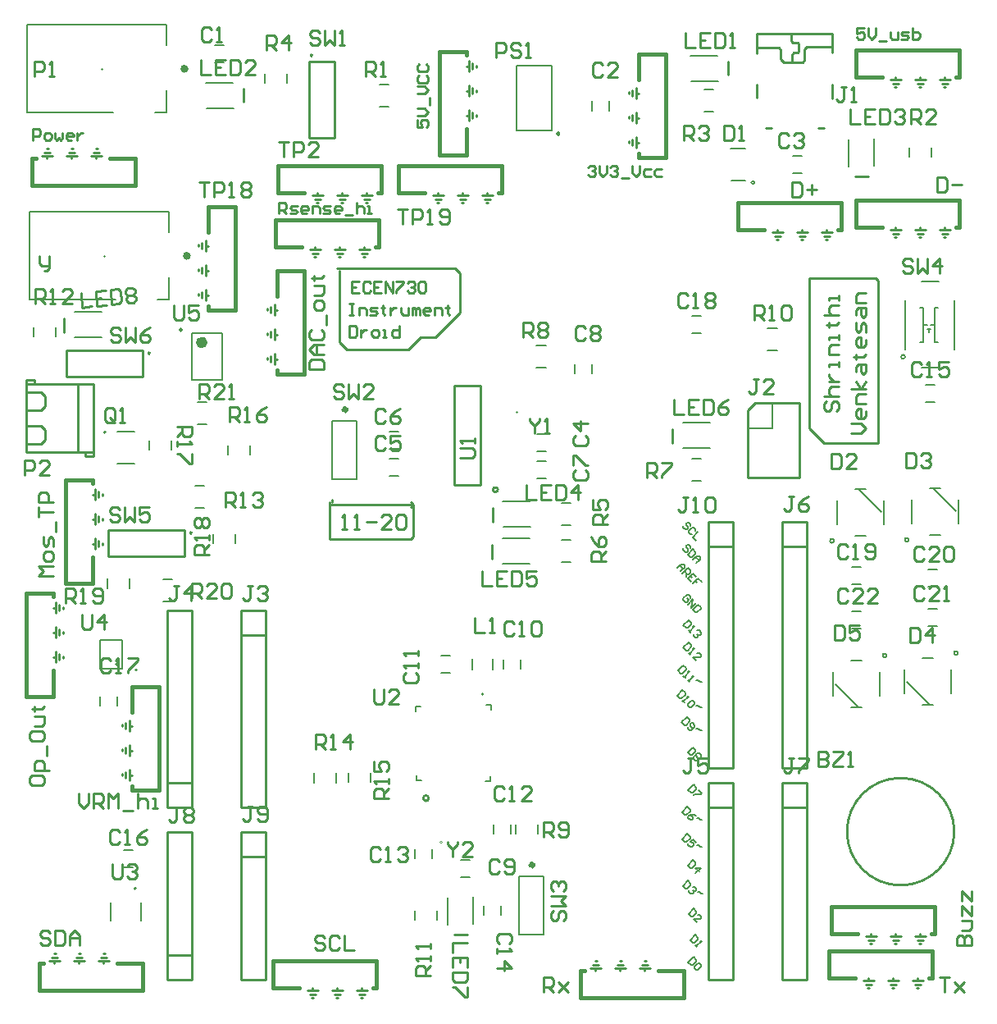
<source format=gto>
G04*
G04 #@! TF.GenerationSoftware,Altium Limited,Altium Designer,23.8.1 (32)*
G04*
G04 Layer_Color=65535*
%FSLAX25Y25*%
%MOIN*%
G70*
G04*
G04 #@! TF.SameCoordinates,CF8B6EB2-DAF4-4016-BDB3-9DCBFEF17629*
G04*
G04*
G04 #@! TF.FilePolarity,Positive*
G04*
G01*
G75*
%ADD10C,0.00787*%
%ADD11C,0.00394*%
%ADD12C,0.01575*%
%ADD13C,0.01000*%
%ADD14C,0.02000*%
%ADD15C,0.00600*%
%ADD16C,0.02362*%
%ADD17C,0.00984*%
%ADD18C,0.01500*%
%ADD19C,0.00500*%
%ADD20C,0.00787*%
%ADD21C,0.00900*%
%ADD22C,0.00800*%
D10*
X39835Y138063D02*
G03*
X39835Y138063I-472J0D01*
G01*
X47555Y135701D02*
G03*
X47555Y135701I-319J0D01*
G01*
X47134Y46957D02*
G03*
X47134Y46957I-394J0D01*
G01*
X34794Y232300D02*
G03*
X34794Y232300I-394J0D01*
G01*
X32472Y136094D02*
X41528D01*
X32472D02*
Y147906D01*
X41528D01*
Y136094D02*
Y147906D01*
X69898Y253354D02*
X82102D01*
X69898Y272646D02*
X82102D01*
Y253354D02*
Y272646D01*
X69898Y253354D02*
Y272646D01*
D11*
X171557Y65678D02*
G03*
X171557Y65678I-361J0D01*
G01*
X202361Y240300D02*
G03*
X202361Y240300I-361J0D01*
G01*
D12*
X68609Y303900D02*
G03*
X68609Y303900I-787J0D01*
G01*
X67610Y379900D02*
G03*
X67610Y379900I-787J0D01*
G01*
D13*
X52894Y264495D02*
G03*
X52894Y264495I-394J0D01*
G01*
X69894Y191496D02*
G03*
X69894Y191496I-394J0D01*
G01*
X194235Y208900D02*
G03*
X194235Y208900I-1000J0D01*
G01*
X166118Y83600D02*
G03*
X166118Y83600I-1118J0D01*
G01*
X118898Y385500D02*
G03*
X118898Y385500I-394J0D01*
G01*
X379800Y70000D02*
G03*
X379800Y70000I-21800J0D01*
G01*
X159000Y202000D02*
X160000Y203000D01*
X126000D02*
X160000D01*
X127000Y204000D02*
Y205000D01*
X159000Y204000D02*
X160000Y203000D01*
Y190000D02*
Y203000D01*
X159000Y189000D02*
X160000Y190000D01*
X126000Y189000D02*
X159000D01*
X126000D02*
Y204000D01*
X129000Y299000D02*
X177000D01*
X179000Y297000D01*
Y281000D02*
Y297000D01*
X169000Y271000D02*
X179000Y281000D01*
X163000Y271000D02*
X169000D01*
X158000Y266000D02*
X163000Y271000D01*
X133000Y266000D02*
X158000D01*
X130000Y269000D02*
X133000Y266000D01*
X130000Y269000D02*
Y298000D01*
X321000Y234000D02*
Y295000D01*
Y234000D02*
X327000Y228000D01*
X349000D01*
Y294000D01*
X348000Y295000D02*
X349000Y294000D01*
X321000Y295000D02*
X348000D01*
X30500Y184750D02*
Y189250D01*
X29473Y187000D02*
X30500D01*
X32000Y185750D02*
Y188250D01*
X33500Y186523D02*
Y187250D01*
X30500Y194750D02*
Y199250D01*
X29473Y197000D02*
X30500D01*
X32000Y195750D02*
Y198250D01*
X33500Y196523D02*
Y197250D01*
X30500Y204750D02*
Y209250D01*
X29473Y207000D02*
X30500D01*
X32000Y205750D02*
Y208250D01*
X33500Y206523D02*
Y207250D01*
X117750Y306500D02*
X122250D01*
X120000D02*
Y307527D01*
X118750Y305000D02*
X121250D01*
X119523Y303500D02*
X120250D01*
X127750Y306500D02*
X132250D01*
X130000D02*
Y307527D01*
X128750Y305000D02*
X131250D01*
X129523Y303500D02*
X130250D01*
X137750Y306500D02*
X142250D01*
X140000D02*
Y307527D01*
X138750Y305000D02*
X141250D01*
X139523Y303500D02*
X140250D01*
X103500Y279750D02*
Y284250D01*
Y282000D02*
X104527D01*
X102000Y280750D02*
Y283250D01*
X100500Y281750D02*
Y282477D01*
X103500Y269750D02*
Y274250D01*
Y272000D02*
X104527D01*
X102000Y270750D02*
Y273250D01*
X100500Y271750D02*
Y272477D01*
X103500Y259750D02*
Y264250D01*
Y262000D02*
X104527D01*
X102000Y260750D02*
Y263250D01*
X100500Y261750D02*
Y262477D01*
X343750Y27500D02*
X348250D01*
X346000D02*
Y28527D01*
X344750Y26000D02*
X347250D01*
X345523Y24500D02*
X346250D01*
X353750Y27500D02*
X358250D01*
X356000D02*
Y28527D01*
X354750Y26000D02*
X357250D01*
X355523Y24500D02*
X356250D01*
X363750Y27500D02*
X368250D01*
X366000D02*
Y28527D01*
X364750Y26000D02*
X367250D01*
X365523Y24500D02*
X366250D01*
X353750Y314500D02*
X358250D01*
X356000D02*
Y315527D01*
X354750Y313000D02*
X357250D01*
X355523Y311500D02*
X356250D01*
X363750Y314500D02*
X368250D01*
X366000D02*
Y315527D01*
X364750Y313000D02*
X367250D01*
X365523Y311500D02*
X366250D01*
X373750Y314500D02*
X378250D01*
X376000D02*
Y315527D01*
X374750Y313000D02*
X377250D01*
X375523Y311500D02*
X376250D01*
X305750Y313500D02*
X310250D01*
X308000D02*
Y314527D01*
X306750Y312000D02*
X309250D01*
X307523Y310500D02*
X308250D01*
X315750Y313500D02*
X320250D01*
X318000D02*
Y314527D01*
X316750Y312000D02*
X319250D01*
X317523Y310500D02*
X318250D01*
X325750Y313500D02*
X330250D01*
X328000D02*
Y314527D01*
X326750Y312000D02*
X329250D01*
X327523Y310500D02*
X328250D01*
X167750Y328500D02*
X172250D01*
X170000D02*
Y329527D01*
X168750Y327000D02*
X171250D01*
X169523Y325500D02*
X170250D01*
X177750Y328500D02*
X182250D01*
X180000D02*
Y329527D01*
X178750Y327000D02*
X181250D01*
X179523Y325500D02*
X180250D01*
X187750Y328500D02*
X192250D01*
X190000D02*
Y329527D01*
X188750Y327000D02*
X191250D01*
X189523Y325500D02*
X190250D01*
X182500Y358750D02*
Y363250D01*
X181473Y361000D02*
X182500D01*
X184000Y359750D02*
Y362250D01*
X185500Y360523D02*
Y361250D01*
X182500Y368750D02*
Y373250D01*
X181473Y371000D02*
X182500D01*
X184000Y369750D02*
Y372250D01*
X185500Y370523D02*
Y371250D01*
X182500Y378750D02*
Y383250D01*
X181473Y381000D02*
X182500D01*
X184000Y379750D02*
Y382250D01*
X185500Y380523D02*
Y381250D01*
X250500Y367750D02*
Y372250D01*
Y370000D02*
X251527D01*
X249000Y368750D02*
Y371250D01*
X247500Y369750D02*
Y370477D01*
X250500Y357750D02*
Y362250D01*
Y360000D02*
X251527D01*
X249000Y358750D02*
Y361250D01*
X247500Y359750D02*
Y360477D01*
X250500Y347750D02*
Y352250D01*
Y350000D02*
X251527D01*
X249000Y348750D02*
Y351250D01*
X247500Y349750D02*
Y350477D01*
X34091Y304000D02*
X34122D01*
X2614Y224219D02*
X29779D01*
X2614Y224220D02*
Y251779D01*
X2613Y248553D02*
X8478D01*
X10173Y246858D01*
Y242960D02*
Y246858D01*
X8416Y241203D02*
X10173Y242960D01*
X2613Y241203D02*
X8416D01*
X2614Y234774D02*
X8478D01*
X10173Y233079D01*
Y229181D02*
Y233079D01*
X8416Y227424D02*
X10173Y229181D01*
X2614Y227424D02*
X8416D01*
X23357Y224220D02*
Y251779D01*
X29779Y224220D02*
Y251779D01*
X2614D02*
X29779D01*
X2614D02*
Y253551D01*
X5764D01*
Y251779D02*
Y253551D01*
X29779Y222448D02*
Y224220D01*
X26630Y222448D02*
X29779D01*
X26630D02*
Y224220D01*
X19000Y255000D02*
X50000D01*
X19000D02*
Y265500D01*
X50000Y255000D02*
Y265500D01*
X19000D02*
X50000D01*
X14500Y138750D02*
Y143250D01*
X13473Y141000D02*
X14500D01*
X16000Y139750D02*
Y142250D01*
X17500Y140523D02*
Y141250D01*
X14500Y148750D02*
Y153250D01*
X13473Y151000D02*
X14500D01*
X16000Y149750D02*
Y152250D01*
X17500Y150523D02*
Y151250D01*
X14500Y158750D02*
Y163250D01*
X13473Y161000D02*
X14500D01*
X16000Y159750D02*
Y162250D01*
X17500Y160523D02*
Y161250D01*
X44500Y110750D02*
Y115250D01*
Y113000D02*
X45527D01*
X43000Y111750D02*
Y114250D01*
X41500Y112750D02*
Y113477D01*
X44500Y100750D02*
Y105250D01*
Y103000D02*
X45527D01*
X43000Y101750D02*
Y104250D01*
X41500Y102750D02*
Y103477D01*
X44500Y90750D02*
Y95250D01*
Y93000D02*
X45527D01*
X43000Y91750D02*
Y94250D01*
X41500Y92750D02*
Y93477D01*
X36000Y182000D02*
X67000D01*
X36000D02*
Y192500D01*
X67000Y182000D02*
Y192500D01*
X36000D02*
X67000D01*
X138523Y2500D02*
X139250D01*
X137750Y4000D02*
X140250D01*
X139000Y5500D02*
Y6527D01*
X136750Y5500D02*
X141250D01*
X128523Y2500D02*
X129250D01*
X127750Y4000D02*
X130250D01*
X129000Y5500D02*
Y6527D01*
X126750Y5500D02*
X131250D01*
X118523Y2500D02*
X119250D01*
X117750Y4000D02*
X120250D01*
X119000Y5500D02*
Y6527D01*
X116750Y5500D02*
X121250D01*
X13750Y20500D02*
X14477D01*
X12750Y19000D02*
X15250D01*
X14000Y16473D02*
Y17500D01*
X11750D02*
X16250D01*
X23750Y20500D02*
X24477D01*
X22750Y19000D02*
X25250D01*
X24000Y16473D02*
Y17500D01*
X21750D02*
X26250D01*
X33750Y20500D02*
X34477D01*
X32750Y19000D02*
X35250D01*
X34000Y16473D02*
Y17500D01*
X31750D02*
X36250D01*
X192100Y196000D02*
Y201600D01*
X192000Y181000D02*
Y186600D01*
X18000Y273000D02*
Y278600D01*
X33091Y380000D02*
X33122D01*
X324468Y356008D02*
X325047D01*
X326206D02*
X326786D01*
X299520Y394286D02*
X330325D01*
X299520Y386300D02*
Y394286D01*
X299600Y368200D02*
Y373600D01*
X330325Y386500D02*
Y394286D01*
X313873Y382475D02*
Y385375D01*
Y385675D01*
X314672Y386475D01*
X316073D01*
X316473Y386875D01*
Y390175D01*
X316073Y390575D02*
X316473Y390175D01*
X314272Y390575D02*
X316073D01*
X313672Y391175D02*
X314272Y390575D01*
X313672Y391175D02*
Y393675D01*
X299520Y388475D02*
X308372D01*
X309273Y387575D01*
Y383875D02*
Y387575D01*
Y383875D02*
X310672Y382475D01*
X318073D01*
X318972Y383375D01*
Y387775D01*
X319972Y388775D01*
X330172D01*
X330300Y367800D02*
Y373600D01*
X303214Y356008D02*
X305375D01*
X325047D02*
X326206D01*
X176400Y28100D02*
X182000D01*
X233750Y17500D02*
X234477D01*
X232750Y16000D02*
X235250D01*
X234000Y13473D02*
Y14500D01*
X231750D02*
X236250D01*
X243750Y17500D02*
X244477D01*
X242750Y16000D02*
X245250D01*
X244000Y13473D02*
Y14500D01*
X241750D02*
X246250D01*
X253750Y17500D02*
X254477D01*
X252750Y16000D02*
X255250D01*
X254000Y13473D02*
Y14500D01*
X251750D02*
X256250D01*
X364523Y6500D02*
X365250D01*
X363750Y8000D02*
X366250D01*
X365000Y9500D02*
Y10527D01*
X362750Y9500D02*
X367250D01*
X354523Y6500D02*
X355250D01*
X353750Y8000D02*
X356250D01*
X355000Y9500D02*
Y10527D01*
X352750Y9500D02*
X357250D01*
X344523Y6500D02*
X345250D01*
X343750Y8000D02*
X346250D01*
X345000Y9500D02*
Y10527D01*
X342750Y9500D02*
X347250D01*
X90000Y80000D02*
X100000D01*
X90000D02*
Y160000D01*
X100000D01*
Y80000D02*
Y160000D01*
X90000Y150000D02*
X100000D01*
X60000Y160000D02*
X70000D01*
Y80000D02*
Y160000D01*
X60000Y80000D02*
X70000D01*
X60000D02*
Y160000D01*
Y90000D02*
X70000D01*
X10750Y347500D02*
X11477D01*
X9750Y346000D02*
X12250D01*
X11000Y343473D02*
Y344500D01*
X8750D02*
X13250D01*
X20750Y347500D02*
X21477D01*
X19750Y346000D02*
X22250D01*
X21000Y343473D02*
Y344500D01*
X18750D02*
X23250D01*
X30750Y347500D02*
X31477D01*
X29750Y346000D02*
X32250D01*
X31000Y343473D02*
Y344500D01*
X28750D02*
X33250D01*
X140523Y325500D02*
X141250D01*
X139750Y327000D02*
X142250D01*
X141000Y328500D02*
Y329527D01*
X138750Y328500D02*
X143250D01*
X130523Y325500D02*
X131250D01*
X129750Y327000D02*
X132250D01*
X131000Y328500D02*
Y329527D01*
X128750Y328500D02*
X133250D01*
X120523Y325500D02*
X121250D01*
X119750Y327000D02*
X122250D01*
X121000Y328500D02*
Y329527D01*
X118750Y328500D02*
X123250D01*
X60000Y70000D02*
X70000D01*
Y20000D02*
Y70000D01*
X60000Y20000D02*
Y70000D01*
X65000Y10000D02*
X70000D01*
Y20000D01*
X60000D02*
X70000D01*
X60000Y10000D02*
Y20000D01*
Y10000D02*
X65000D01*
X310000Y186000D02*
X320000D01*
Y196000D01*
X310000Y96000D02*
Y186000D01*
Y96000D02*
X320000D01*
Y186000D01*
X310000D02*
Y196000D01*
X320000D01*
X310000Y10000D02*
X320000D01*
X310000D02*
Y90000D01*
X320000D01*
Y10000D02*
Y90000D01*
X310000Y80000D02*
X320000D01*
X117500Y352000D02*
Y383000D01*
X128000D01*
X117500Y352000D02*
X128000D01*
Y383000D01*
X375523Y372500D02*
X376250D01*
X374750Y374000D02*
X377250D01*
X376000Y375500D02*
Y376527D01*
X373750Y375500D02*
X378250D01*
X365523Y372500D02*
X366250D01*
X364750Y374000D02*
X367250D01*
X366000Y375500D02*
Y376527D01*
X363750Y375500D02*
X368250D01*
X355523Y372500D02*
X356250D01*
X354750Y374000D02*
X357250D01*
X356000Y375500D02*
Y376527D01*
X353750Y375500D02*
X358250D01*
X298700Y244200D02*
X316700D01*
X295800Y241300D02*
X298700Y244200D01*
X295800Y213800D02*
Y241300D01*
X316700Y213800D02*
Y244200D01*
X295800Y213800D02*
X316700D01*
X265200Y228000D02*
Y233600D01*
X339400Y336100D02*
X345000D01*
X287900Y377400D02*
Y383000D01*
X90900Y366400D02*
Y372000D01*
X280000Y80000D02*
X290000D01*
Y10000D02*
Y90000D01*
X280000D02*
X290000D01*
X280000Y10000D02*
Y90000D01*
Y10000D02*
X290000D01*
X90000D02*
X100000D01*
X90000D02*
Y60000D01*
X100000Y10000D02*
Y60000D01*
X90000Y70000D02*
X95000D01*
X90000Y60000D02*
Y70000D01*
Y60000D02*
X100000D01*
Y70000D01*
X95000D02*
X100000D01*
X290000Y96000D02*
Y186000D01*
X280000Y106000D02*
Y196000D01*
X290000D01*
Y106000D02*
Y196000D01*
X280000Y186000D02*
X290000D01*
X280000Y96000D02*
Y186000D01*
Y96000D02*
X290000D01*
X72500Y287750D02*
Y288477D01*
X74000Y286750D02*
Y289250D01*
X75500Y288000D02*
X76527D01*
X75500Y285750D02*
Y290250D01*
X72500Y297750D02*
Y298477D01*
X74000Y296750D02*
Y299250D01*
X75500Y298000D02*
X76527D01*
X75500Y295750D02*
Y300250D01*
X72500Y307750D02*
Y308477D01*
X74000Y306750D02*
Y309250D01*
X75500Y308000D02*
X76527D01*
X75500Y305750D02*
Y310250D01*
X25300Y158198D02*
Y153200D01*
X26300Y152200D01*
X28299D01*
X29299Y153200D01*
Y158198D01*
X34297Y152200D02*
Y158198D01*
X31298Y155199D01*
X35297D01*
X36999Y139598D02*
X35999Y140598D01*
X34000D01*
X33000Y139598D01*
Y135600D01*
X34000Y134600D01*
X35999D01*
X36999Y135600D01*
X38998Y134600D02*
X40997D01*
X39998D01*
Y140598D01*
X38998Y139598D01*
X43996Y140598D02*
X47995D01*
Y139598D01*
X43996Y135600D01*
Y134600D01*
X73002Y246001D02*
Y251999D01*
X76001D01*
X77001Y250999D01*
Y249000D01*
X76001Y248000D01*
X73002D01*
X75002D02*
X77001Y246001D01*
X82999D02*
X79000D01*
X82999Y250000D01*
Y250999D01*
X81999Y251999D01*
X80000D01*
X79000Y250999D01*
X84998Y246001D02*
X86998D01*
X85998D01*
Y251999D01*
X84998Y250999D01*
X83502Y202001D02*
Y207999D01*
X86501D01*
X87501Y206999D01*
Y205000D01*
X86501Y204000D01*
X83502D01*
X85502D02*
X87501Y202001D01*
X89500D02*
X91500D01*
X90500D01*
Y207999D01*
X89500Y206999D01*
X94499D02*
X95499Y207999D01*
X97498D01*
X98498Y206999D01*
Y206000D01*
X97498Y205000D01*
X96498D01*
X97498D01*
X98498Y204000D01*
Y203001D01*
X97498Y202001D01*
X95499D01*
X94499Y203001D01*
X13499Y174005D02*
X7501D01*
X9500Y176005D01*
X7501Y178004D01*
X13499D01*
Y181003D02*
Y183003D01*
X12500Y184002D01*
X10500D01*
X9500Y183003D01*
Y181003D01*
X10500Y180004D01*
X12500D01*
X13499Y181003D01*
Y186002D02*
Y189001D01*
X12500Y190000D01*
X11500Y189001D01*
Y187001D01*
X10500Y186002D01*
X9500Y187001D01*
Y190000D01*
X14499Y192000D02*
Y195998D01*
X7501Y197998D02*
Y201996D01*
Y199997D01*
X13499D01*
Y203996D02*
X7501D01*
Y206995D01*
X8501Y207995D01*
X10500D01*
X11500Y206995D01*
Y203996D01*
X105256Y321126D02*
Y325624D01*
X107505D01*
X108255Y324874D01*
Y323375D01*
X107505Y322625D01*
X105256D01*
X106756D02*
X108255Y321126D01*
X109755D02*
X112004D01*
X112754Y321875D01*
X112004Y322625D01*
X110504D01*
X109755Y323375D01*
X110504Y324125D01*
X112754D01*
X116502Y321126D02*
X115003D01*
X114253Y321875D01*
Y323375D01*
X115003Y324125D01*
X116502D01*
X117252Y323375D01*
Y322625D01*
X114253D01*
X118752Y321126D02*
Y324125D01*
X121001D01*
X121751Y323375D01*
Y321126D01*
X123250D02*
X125499D01*
X126249Y321875D01*
X125499Y322625D01*
X124000D01*
X123250Y323375D01*
X124000Y324125D01*
X126249D01*
X129998Y321126D02*
X128499D01*
X127749Y321875D01*
Y323375D01*
X128499Y324125D01*
X129998D01*
X130748Y323375D01*
Y322625D01*
X127749D01*
X132247Y320376D02*
X135246D01*
X136746Y325624D02*
Y321126D01*
Y323375D01*
X137496Y324125D01*
X138995D01*
X139745Y323375D01*
Y321126D01*
X141244D02*
X142744D01*
X141994D01*
Y324125D01*
X141244D01*
X117501Y258006D02*
X123499D01*
Y261005D01*
X122500Y262005D01*
X118501D01*
X117501Y261005D01*
Y258006D01*
X123499Y264004D02*
X119501D01*
X117501Y266003D01*
X119501Y268003D01*
X123499D01*
X120500D01*
Y264004D01*
X118501Y274001D02*
X117501Y273001D01*
Y271002D01*
X118501Y270002D01*
X122500D01*
X123499Y271002D01*
Y273001D01*
X122500Y274001D01*
X124499Y276000D02*
Y279999D01*
X123499Y282998D02*
Y284997D01*
X122500Y285997D01*
X120500D01*
X119501Y284997D01*
Y282998D01*
X120500Y281998D01*
X122500D01*
X123499Y282998D01*
X119501Y287996D02*
X122500D01*
X123499Y288996D01*
Y291995D01*
X119501D01*
X118501Y294994D02*
X119501D01*
Y293994D01*
Y295994D01*
Y294994D01*
X122500D01*
X123499Y295994D01*
X381001Y24004D02*
X386999D01*
Y27003D01*
X385999Y28002D01*
X385000D01*
X384000Y27003D01*
Y24004D01*
Y27003D01*
X383000Y28002D01*
X382001D01*
X381001Y27003D01*
Y24004D01*
X383000Y30002D02*
X385999D01*
X386999Y31001D01*
Y34000D01*
X383000D01*
Y36000D02*
Y39998D01*
X386999Y36000D01*
Y39998D01*
X383000Y41998D02*
Y45996D01*
X386999Y41998D01*
Y45996D01*
X373002Y335999D02*
Y330001D01*
X376001D01*
X377000Y331001D01*
Y334999D01*
X376001Y335999D01*
X373002D01*
X379000Y333000D02*
X382998D01*
X314002Y333999D02*
Y328001D01*
X317001D01*
X318000Y329001D01*
Y332999D01*
X317001Y333999D01*
X314002D01*
X320000Y331000D02*
X323998D01*
X321999Y332999D02*
Y329001D01*
X153503Y322999D02*
X157502D01*
X155503D01*
Y317001D01*
X159502D02*
Y322999D01*
X162501D01*
X163500Y321999D01*
Y320000D01*
X162501Y319000D01*
X159502D01*
X165499Y317001D02*
X167499D01*
X166499D01*
Y322999D01*
X165499Y321999D01*
X170498Y318001D02*
X171498Y317001D01*
X173497D01*
X174497Y318001D01*
Y321999D01*
X173497Y322999D01*
X171498D01*
X170498Y321999D01*
Y321000D01*
X171498Y320000D01*
X174497D01*
X161376Y359253D02*
Y356254D01*
X163625D01*
X162875Y357754D01*
Y358503D01*
X163625Y359253D01*
X165125D01*
X165874Y358503D01*
Y357004D01*
X165125Y356254D01*
X161376Y360753D02*
X164375D01*
X165874Y362252D01*
X164375Y363752D01*
X161376D01*
X166624Y365251D02*
Y368250D01*
X161376Y369750D02*
X164375D01*
X165874Y371249D01*
X164375Y372749D01*
X161376D01*
X162126Y377247D02*
X161376Y376498D01*
Y374998D01*
X162126Y374248D01*
X165125D01*
X165874Y374998D01*
Y376498D01*
X165125Y377247D01*
X162126Y381746D02*
X161376Y380996D01*
Y379497D01*
X162126Y378747D01*
X165125D01*
X165874Y379497D01*
Y380996D01*
X165125Y381746D01*
X231005Y339874D02*
X231755Y340624D01*
X233254D01*
X234004Y339874D01*
Y339125D01*
X233254Y338375D01*
X232504D01*
X233254D01*
X234004Y337625D01*
Y336875D01*
X233254Y336126D01*
X231755D01*
X231005Y336875D01*
X235503Y340624D02*
Y337625D01*
X237003Y336126D01*
X238502Y337625D01*
Y340624D01*
X240002Y339874D02*
X240752Y340624D01*
X242251D01*
X243001Y339874D01*
Y339125D01*
X242251Y338375D01*
X241501D01*
X242251D01*
X243001Y337625D01*
Y336875D01*
X242251Y336126D01*
X240752D01*
X240002Y336875D01*
X244500Y335376D02*
X247499D01*
X248999Y340624D02*
Y337625D01*
X250499Y336126D01*
X251998Y337625D01*
Y340624D01*
X256497Y339125D02*
X254247D01*
X253498Y338375D01*
Y336875D01*
X254247Y336126D01*
X256497D01*
X260995Y339125D02*
X258746D01*
X257996Y338375D01*
Y336875D01*
X258746Y336126D01*
X260995D01*
X338002Y232000D02*
X342001D01*
X344000Y233999D01*
X342001Y235999D01*
X338002D01*
X344000Y240997D02*
Y238998D01*
X343000Y237998D01*
X341001D01*
X340001Y238998D01*
Y240997D01*
X341001Y241997D01*
X342001D01*
Y237998D01*
X344000Y243996D02*
X340001D01*
Y246995D01*
X341001Y247995D01*
X344000D01*
Y249994D02*
X338002D01*
X342001D02*
X340001Y252993D01*
X342001Y249994D02*
X344000Y252993D01*
X340001Y256992D02*
Y258991D01*
X341001Y259991D01*
X344000D01*
Y256992D01*
X343000Y255992D01*
X342001Y256992D01*
Y259991D01*
X339002Y262990D02*
X340001D01*
Y261990D01*
Y263990D01*
Y262990D01*
X343000D01*
X344000Y263990D01*
Y269988D02*
Y267988D01*
X343000Y266989D01*
X341001D01*
X340001Y267988D01*
Y269988D01*
X341001Y270987D01*
X342001D01*
Y266989D01*
X344000Y272987D02*
Y275986D01*
X343000Y276985D01*
X342001Y275986D01*
Y273986D01*
X341001Y272987D01*
X340001Y273986D01*
Y276985D01*
Y279984D02*
Y281984D01*
X341001Y282983D01*
X344000D01*
Y279984D01*
X343000Y278985D01*
X342001Y279984D01*
Y282983D01*
X344000Y284983D02*
X340001D01*
Y287982D01*
X341001Y288982D01*
X344000D01*
X328002Y244999D02*
X327002Y243999D01*
Y242000D01*
X328002Y241000D01*
X329001D01*
X330001Y242000D01*
Y243999D01*
X331001Y244999D01*
X332000D01*
X333000Y243999D01*
Y242000D01*
X332000Y241000D01*
X327002Y246998D02*
X333000D01*
X330001D01*
X329001Y247998D01*
Y249997D01*
X330001Y250997D01*
X333000D01*
X329001Y252996D02*
X333000D01*
X331001D01*
X330001Y253996D01*
X329001Y254995D01*
Y255995D01*
X333000Y258994D02*
Y260994D01*
Y259994D01*
X329001D01*
Y258994D01*
X333000Y263993D02*
X329001D01*
Y266992D01*
X330001Y267991D01*
X333000D01*
Y269991D02*
Y271990D01*
Y270990D01*
X329001D01*
Y269991D01*
X328002Y275989D02*
X329001D01*
Y274989D01*
Y276988D01*
Y275989D01*
X332000D01*
X333000Y276988D01*
X327002Y279987D02*
X333000D01*
X330001D01*
X329001Y280987D01*
Y282986D01*
X330001Y283986D01*
X333000D01*
Y285985D02*
Y287985D01*
Y286985D01*
X329001D01*
Y285985D01*
X131000Y193000D02*
X132999D01*
X132000D01*
Y198998D01*
X131000Y197998D01*
X135998Y193000D02*
X137998D01*
X136998D01*
Y198998D01*
X135998Y197998D01*
X140997Y195999D02*
X144995D01*
X150994Y193000D02*
X146995D01*
X150994Y196999D01*
Y197998D01*
X149994Y198998D01*
X147994D01*
X146995Y197998D01*
X152993D02*
X153993Y198998D01*
X155992D01*
X156992Y197998D01*
Y194000D01*
X155992Y193000D01*
X153993D01*
X152993Y194000D01*
Y197998D01*
X174002Y65999D02*
Y64999D01*
X176001Y63000D01*
X178000Y64999D01*
Y65999D01*
X176001Y63000D02*
Y60001D01*
X183998D02*
X180000D01*
X183998Y64000D01*
Y64999D01*
X182999Y65999D01*
X180999D01*
X180000Y64999D01*
X40501Y69999D02*
X39502Y70999D01*
X37502D01*
X36502Y69999D01*
Y66001D01*
X37502Y65001D01*
X39502D01*
X40501Y66001D01*
X42500Y65001D02*
X44500D01*
X43500D01*
Y70999D01*
X42500Y69999D01*
X51498Y70999D02*
X49498Y69999D01*
X47499Y68000D01*
Y66001D01*
X48499Y65001D01*
X50498D01*
X51498Y66001D01*
Y67000D01*
X50498Y68000D01*
X47499D01*
X137999Y293498D02*
X135000D01*
Y289000D01*
X137999D01*
X135000Y291249D02*
X136500D01*
X142498Y292749D02*
X141748Y293498D01*
X140248D01*
X139499Y292749D01*
Y289750D01*
X140248Y289000D01*
X141748D01*
X142498Y289750D01*
X146996Y293498D02*
X143997D01*
Y289000D01*
X146996D01*
X143997Y291249D02*
X145497D01*
X148496Y289000D02*
Y293498D01*
X151495Y289000D01*
Y293498D01*
X152994D02*
X155993D01*
Y292749D01*
X152994Y289750D01*
Y289000D01*
X157493Y292749D02*
X158242Y293498D01*
X159742D01*
X160492Y292749D01*
Y291999D01*
X159742Y291249D01*
X158992D01*
X159742D01*
X160492Y290499D01*
Y289750D01*
X159742Y289000D01*
X158242D01*
X157493Y289750D01*
X161991Y292749D02*
X162741Y293498D01*
X164241D01*
X164990Y292749D01*
Y289750D01*
X164241Y289000D01*
X162741D01*
X161991Y289750D01*
Y292749D01*
X134000Y275499D02*
Y271000D01*
X136249D01*
X136999Y271750D01*
Y274749D01*
X136249Y275499D01*
X134000D01*
X138499Y273999D02*
Y271000D01*
Y272499D01*
X139248Y273249D01*
X139998Y273999D01*
X140748D01*
X143747Y271000D02*
X145246D01*
X145996Y271750D01*
Y273249D01*
X145246Y273999D01*
X143747D01*
X142997Y273249D01*
Y271750D01*
X143747Y271000D01*
X147496D02*
X148995D01*
X148245D01*
Y273999D01*
X147496D01*
X154244Y275499D02*
Y271000D01*
X151994D01*
X151244Y271750D01*
Y273249D01*
X151994Y273999D01*
X154244D01*
X134000Y284499D02*
X135500D01*
X134750D01*
Y280000D01*
X134000D01*
X135500D01*
X137749D02*
Y282999D01*
X139998D01*
X140748Y282249D01*
Y280000D01*
X142247D02*
X144497D01*
X145246Y280750D01*
X144497Y281500D01*
X142997D01*
X142247Y282249D01*
X142997Y282999D01*
X145246D01*
X147496Y283749D02*
Y282999D01*
X146746D01*
X148245D01*
X147496D01*
Y280750D01*
X148245Y280000D01*
X150495Y282999D02*
Y280000D01*
Y281500D01*
X151244Y282249D01*
X151994Y282999D01*
X152744D01*
X154993D02*
Y280750D01*
X155743Y280000D01*
X157992D01*
Y282999D01*
X159492Y280000D02*
Y282999D01*
X160241D01*
X160991Y282249D01*
Y280000D01*
Y282249D01*
X161741Y282999D01*
X162491Y282249D01*
Y280000D01*
X166240D02*
X164740D01*
X163990Y280750D01*
Y282249D01*
X164740Y282999D01*
X166240D01*
X166989Y282249D01*
Y281500D01*
X163990D01*
X168489Y280000D02*
Y282999D01*
X170738D01*
X171488Y282249D01*
Y280000D01*
X173737Y283749D02*
Y282999D01*
X172987D01*
X174487D01*
X173737D01*
Y280750D01*
X174487Y280000D01*
X78000Y395999D02*
X77000Y396999D01*
X75001D01*
X74001Y395999D01*
Y392001D01*
X75001Y391001D01*
X77000D01*
X78000Y392001D01*
X79999Y391001D02*
X81999D01*
X80999D01*
Y396999D01*
X79999Y395999D01*
X6200Y284500D02*
Y290498D01*
X9199D01*
X10199Y289498D01*
Y287499D01*
X9199Y286499D01*
X6200D01*
X8199D02*
X10199Y284500D01*
X12198D02*
X14197D01*
X13198D01*
Y290498D01*
X12198Y289498D01*
X21195Y284500D02*
X17196D01*
X21195Y288499D01*
Y289498D01*
X20196Y290498D01*
X18196D01*
X17196Y289498D01*
X8001Y303999D02*
Y301000D01*
X9000Y300000D01*
X11999D01*
Y299001D01*
X11000Y298001D01*
X10000D01*
X11999Y300000D02*
Y303999D01*
X2002Y215001D02*
Y220999D01*
X5001D01*
X6000Y219999D01*
Y218000D01*
X5001Y217000D01*
X2002D01*
X11998Y215001D02*
X8000D01*
X11998Y219000D01*
Y219999D01*
X10999Y220999D01*
X8999D01*
X8000Y219999D01*
X41001Y273999D02*
X40002Y274999D01*
X38002D01*
X37003Y273999D01*
Y273000D01*
X38002Y272000D01*
X40002D01*
X41001Y271000D01*
Y270001D01*
X40002Y269001D01*
X38002D01*
X37003Y270001D01*
X43001Y274999D02*
Y269001D01*
X45000Y271000D01*
X46999Y269001D01*
Y274999D01*
X52997D02*
X50998Y273999D01*
X48999Y272000D01*
Y270001D01*
X49998Y269001D01*
X51998D01*
X52997Y270001D01*
Y271000D01*
X51998Y272000D01*
X48999D01*
X4001Y92004D02*
Y90005D01*
X5001Y89005D01*
X9000D01*
X9999Y90005D01*
Y92004D01*
X9000Y93004D01*
X5001D01*
X4001Y92004D01*
X11999Y95003D02*
X6001D01*
Y98002D01*
X7000Y99002D01*
X9000D01*
X9999Y98002D01*
Y95003D01*
X10999Y101001D02*
Y105000D01*
X4001Y109998D02*
Y107999D01*
X5001Y106999D01*
X9000D01*
X9999Y107999D01*
Y109998D01*
X9000Y110998D01*
X5001D01*
X4001Y109998D01*
X6001Y112997D02*
X9000D01*
X9999Y113997D01*
Y116996D01*
X6001D01*
X5001Y119995D02*
X6001D01*
Y118995D01*
Y120995D01*
Y119995D01*
X9000D01*
X9999Y120995D01*
X24005Y85499D02*
Y81500D01*
X26004Y79501D01*
X28004Y81500D01*
Y85499D01*
X30003Y79501D02*
Y85499D01*
X33002D01*
X34002Y84499D01*
Y82500D01*
X33002Y81500D01*
X30003D01*
X32003D02*
X34002Y79501D01*
X36001D02*
Y85499D01*
X38001Y83499D01*
X40000Y85499D01*
Y79501D01*
X41999Y78501D02*
X45998D01*
X47997Y85499D02*
Y79501D01*
Y82500D01*
X48997Y83499D01*
X50996D01*
X51996Y82500D01*
Y79501D01*
X53996D02*
X55995D01*
X54995D01*
Y83499D01*
X53996D01*
X40499Y200998D02*
X39499Y201998D01*
X37500D01*
X36500Y200998D01*
Y199999D01*
X37500Y198999D01*
X39499D01*
X40499Y197999D01*
Y197000D01*
X39499Y196000D01*
X37500D01*
X36500Y197000D01*
X42498Y201998D02*
Y196000D01*
X44497Y197999D01*
X46497Y196000D01*
Y201998D01*
X52495D02*
X48496D01*
Y198999D01*
X50495Y199999D01*
X51495D01*
X52495Y198999D01*
Y197000D01*
X51495Y196000D01*
X49496D01*
X48496Y197000D01*
X76999Y182502D02*
X71001D01*
Y185501D01*
X72001Y186501D01*
X74000D01*
X75000Y185501D01*
Y182502D01*
Y184502D02*
X76999Y186501D01*
Y188500D02*
Y190500D01*
Y189500D01*
X71001D01*
X72001Y188500D01*
Y193499D02*
X71001Y194499D01*
Y196498D01*
X72001Y197498D01*
X73000D01*
X74000Y196498D01*
X75000Y197498D01*
X75999D01*
X76999Y196498D01*
Y194499D01*
X75999Y193499D01*
X75000D01*
X74000Y194499D01*
X73000Y193499D01*
X72001D01*
X74000Y194499D02*
Y196498D01*
X207198Y237983D02*
Y236984D01*
X209197Y234984D01*
X211197Y236984D01*
Y237983D01*
X209197Y234984D02*
Y231985D01*
X213196D02*
X215196D01*
X214196D01*
Y237983D01*
X213196Y236984D01*
X62400Y283798D02*
Y278800D01*
X63400Y277800D01*
X65399D01*
X66399Y278800D01*
Y283798D01*
X72397D02*
X68398D01*
Y280799D01*
X70397Y281799D01*
X71397D01*
X72397Y280799D01*
Y278800D01*
X71397Y277800D01*
X69398D01*
X68398Y278800D01*
X37600Y56698D02*
Y51700D01*
X38600Y50700D01*
X40599D01*
X41599Y51700D01*
Y56698D01*
X43598Y55698D02*
X44598Y56698D01*
X46597D01*
X47597Y55698D01*
Y54699D01*
X46597Y53699D01*
X45597D01*
X46597D01*
X47597Y52699D01*
Y51700D01*
X46597Y50700D01*
X44598D01*
X43598Y51700D01*
X144002Y127999D02*
Y123001D01*
X145001Y122001D01*
X147001D01*
X148000Y123001D01*
Y127999D01*
X153998Y122001D02*
X150000D01*
X153998Y126000D01*
Y126999D01*
X152999Y127999D01*
X150999D01*
X150000Y126999D01*
X179001Y222001D02*
X183999D01*
X184999Y223001D01*
Y225000D01*
X183999Y226000D01*
X179001D01*
X184999Y227999D02*
Y229999D01*
Y228999D01*
X179001D01*
X180001Y227999D01*
X73000Y333798D02*
X76999D01*
X74999D01*
Y327800D01*
X78998D02*
Y333798D01*
X81997D01*
X82997Y332798D01*
Y330799D01*
X81997Y329799D01*
X78998D01*
X84996Y327800D02*
X86996D01*
X85996D01*
Y333798D01*
X84996Y332798D01*
X89995D02*
X90994Y333798D01*
X92993D01*
X93993Y332798D01*
Y331799D01*
X92993Y330799D01*
X93993Y329799D01*
Y328800D01*
X92993Y327800D01*
X90994D01*
X89995Y328800D01*
Y329799D01*
X90994Y330799D01*
X89995Y331799D01*
Y332798D01*
X90994Y330799D02*
X92993D01*
X124001Y26999D02*
X123002Y27999D01*
X121002D01*
X120003Y26999D01*
Y26000D01*
X121002Y25000D01*
X123002D01*
X124001Y24000D01*
Y23001D01*
X123002Y22001D01*
X121002D01*
X120003Y23001D01*
X129999Y26999D02*
X129000Y27999D01*
X127000D01*
X126001Y26999D01*
Y23001D01*
X127000Y22001D01*
X129000D01*
X129999Y23001D01*
X131999Y27999D02*
Y22001D01*
X135997D01*
X12199Y28998D02*
X11199Y29998D01*
X9200D01*
X8200Y28998D01*
Y27999D01*
X9200Y26999D01*
X11199D01*
X12199Y25999D01*
Y25000D01*
X11199Y24000D01*
X9200D01*
X8200Y25000D01*
X14198Y29998D02*
Y24000D01*
X17197D01*
X18197Y25000D01*
Y28998D01*
X17197Y29998D01*
X14198D01*
X20196Y24000D02*
Y27999D01*
X22196Y29998D01*
X24195Y27999D01*
Y24000D01*
Y26999D01*
X20196D01*
X343199Y396498D02*
X340200D01*
Y394249D01*
X341700Y394999D01*
X342449D01*
X343199Y394249D01*
Y392750D01*
X342449Y392000D01*
X340950D01*
X340200Y392750D01*
X344699Y396498D02*
Y393499D01*
X346198Y392000D01*
X347698Y393499D01*
Y396498D01*
X349197Y391250D02*
X352196D01*
X353696Y394999D02*
Y392750D01*
X354445Y392000D01*
X356695D01*
Y394999D01*
X358194Y392000D02*
X360443D01*
X361193Y392750D01*
X360443Y393499D01*
X358944D01*
X358194Y394249D01*
X358944Y394999D01*
X361193D01*
X362693Y396498D02*
Y392000D01*
X364942D01*
X365692Y392750D01*
Y393499D01*
Y394249D01*
X364942Y394999D01*
X362693D01*
X213002Y5001D02*
Y10999D01*
X216001D01*
X217000Y9999D01*
Y8000D01*
X216001Y7000D01*
X213002D01*
X215001D02*
X217000Y5001D01*
X219000Y9000D02*
X222998Y5001D01*
X220999Y7000D01*
X222998Y9000D01*
X219000Y5001D01*
X374002Y10999D02*
X378000D01*
X376001D01*
Y5001D01*
X380000Y9000D02*
X383998Y5001D01*
X381999Y7000D01*
X383998Y9000D01*
X380000Y5001D01*
X5200Y351000D02*
Y355499D01*
X7449D01*
X8199Y354749D01*
Y353249D01*
X7449Y352500D01*
X5200D01*
X10448Y351000D02*
X11948D01*
X12698Y351750D01*
Y353249D01*
X11948Y353999D01*
X10448D01*
X9699Y353249D01*
Y351750D01*
X10448Y351000D01*
X14197Y353999D02*
Y351750D01*
X14947Y351000D01*
X15697Y351750D01*
X16446Y351000D01*
X17196Y351750D01*
Y353999D01*
X20945Y351000D02*
X19445D01*
X18696Y351750D01*
Y353249D01*
X19445Y353999D01*
X20945D01*
X21695Y353249D01*
Y352500D01*
X18696D01*
X23194Y353999D02*
Y351000D01*
Y352500D01*
X23944Y353249D01*
X24694Y353999D01*
X25444D01*
X105200Y350198D02*
X109199D01*
X107199D01*
Y344200D01*
X111198D02*
Y350198D01*
X114197D01*
X115197Y349198D01*
Y347199D01*
X114197Y346199D01*
X111198D01*
X121195Y344200D02*
X117196D01*
X121195Y348199D01*
Y349198D01*
X120195Y350198D01*
X118196D01*
X117196Y349198D01*
X362899Y301798D02*
X361899Y302798D01*
X359900D01*
X358900Y301798D01*
Y300799D01*
X359900Y299799D01*
X361899D01*
X362899Y298799D01*
Y297800D01*
X361899Y296800D01*
X359900D01*
X358900Y297800D01*
X364898Y302798D02*
Y296800D01*
X366897Y298799D01*
X368897Y296800D01*
Y302798D01*
X373895Y296800D02*
Y302798D01*
X370896Y299799D01*
X374895D01*
X217001Y38001D02*
X216001Y37002D01*
Y35002D01*
X217001Y34003D01*
X218000D01*
X219000Y35002D01*
Y37002D01*
X220000Y38001D01*
X220999D01*
X221999Y37002D01*
Y35002D01*
X220999Y34003D01*
X216001Y40001D02*
X221999D01*
X220000Y42000D01*
X221999Y43999D01*
X216001D01*
X217001Y45999D02*
X216001Y46998D01*
Y48998D01*
X217001Y49997D01*
X218000D01*
X219000Y48998D01*
Y47998D01*
Y48998D01*
X220000Y49997D01*
X220999D01*
X221999Y48998D01*
Y46998D01*
X220999Y45999D01*
X131599Y250898D02*
X130599Y251898D01*
X128600D01*
X127600Y250898D01*
Y249899D01*
X128600Y248899D01*
X130599D01*
X131599Y247899D01*
Y246900D01*
X130599Y245900D01*
X128600D01*
X127600Y246900D01*
X133598Y251898D02*
Y245900D01*
X135597Y247899D01*
X137597Y245900D01*
Y251898D01*
X143595Y245900D02*
X139596D01*
X143595Y249899D01*
Y250898D01*
X142595Y251898D01*
X140596D01*
X139596Y250898D01*
X121999Y394398D02*
X120999Y395398D01*
X119000D01*
X118000Y394398D01*
Y393399D01*
X119000Y392399D01*
X120999D01*
X121999Y391399D01*
Y390400D01*
X120999Y389400D01*
X119000D01*
X118000Y390400D01*
X123998Y395398D02*
Y389400D01*
X125997Y391399D01*
X127997Y389400D01*
Y395398D01*
X129996Y389400D02*
X131995D01*
X130996D01*
Y395398D01*
X129996Y394398D01*
X70003Y165001D02*
Y170999D01*
X73002D01*
X74001Y169999D01*
Y168000D01*
X73002Y167000D01*
X70003D01*
X72002D02*
X74001Y165001D01*
X79999D02*
X76001D01*
X79999Y169000D01*
Y169999D01*
X79000Y170999D01*
X77000D01*
X76001Y169999D01*
X81999D02*
X82998Y170999D01*
X84998D01*
X85997Y169999D01*
Y166001D01*
X84998Y165001D01*
X82998D01*
X81999Y166001D01*
Y169999D01*
X18502Y163001D02*
Y168999D01*
X21501D01*
X22501Y167999D01*
Y166000D01*
X21501Y165000D01*
X18502D01*
X20502D02*
X22501Y163001D01*
X24500D02*
X26500D01*
X25500D01*
Y168999D01*
X24500Y167999D01*
X29499Y164001D02*
X30499Y163001D01*
X32498D01*
X33498Y164001D01*
Y167999D01*
X32498Y168999D01*
X30499D01*
X29499Y167999D01*
Y167000D01*
X30499Y166000D01*
X33498D01*
X64001Y234398D02*
X69999D01*
Y231399D01*
X68999Y230399D01*
X67000D01*
X66000Y231399D01*
Y234398D01*
Y232398D02*
X64001Y230399D01*
Y228399D02*
Y226400D01*
Y227400D01*
X69999D01*
X68999Y228399D01*
X69999Y223401D02*
Y219402D01*
X68999D01*
X65001Y223401D01*
X64001D01*
X85200Y236600D02*
Y242598D01*
X88199D01*
X89199Y241598D01*
Y239599D01*
X88199Y238599D01*
X85200D01*
X87199D02*
X89199Y236600D01*
X91198D02*
X93197D01*
X92198D01*
Y242598D01*
X91198Y241598D01*
X100195Y242598D02*
X98196Y241598D01*
X96196Y239599D01*
Y237600D01*
X97196Y236600D01*
X99195D01*
X100195Y237600D01*
Y238599D01*
X99195Y239599D01*
X96196D01*
X149999Y83502D02*
X144001D01*
Y86501D01*
X145001Y87501D01*
X147000D01*
X148000Y86501D01*
Y83502D01*
Y85502D02*
X149999Y87501D01*
Y89500D02*
Y91500D01*
Y90500D01*
X144001D01*
X145001Y89500D01*
X144001Y98498D02*
Y94499D01*
X147000D01*
X146000Y96498D01*
Y97498D01*
X147000Y98498D01*
X148999D01*
X149999Y97498D01*
Y95499D01*
X148999Y94499D01*
X120200Y103400D02*
Y109398D01*
X123199D01*
X124199Y108398D01*
Y106399D01*
X123199Y105399D01*
X120200D01*
X122199D02*
X124199Y103400D01*
X126198D02*
X128197D01*
X127198D01*
Y109398D01*
X126198Y108398D01*
X134195Y103400D02*
Y109398D01*
X131196Y106399D01*
X135195D01*
X166999Y11502D02*
X161001D01*
Y14501D01*
X162001Y15501D01*
X164000D01*
X165000Y14501D01*
Y11502D01*
Y13501D02*
X166999Y15501D01*
Y17500D02*
Y19500D01*
Y18500D01*
X161001D01*
X162001Y17500D01*
X166999Y22499D02*
Y24498D01*
Y23498D01*
X161001D01*
X162001Y22499D01*
X298400Y277800D02*
Y283798D01*
X301399D01*
X302399Y282798D01*
Y280799D01*
X301399Y279799D01*
X298400D01*
X300399D02*
X302399Y277800D01*
X304398D02*
X306397D01*
X305398D01*
Y283798D01*
X304398Y282798D01*
X309396D02*
X310396Y283798D01*
X312396D01*
X313395Y282798D01*
Y278800D01*
X312396Y277800D01*
X310396D01*
X309396Y278800D01*
Y282798D01*
X213002Y68001D02*
Y73999D01*
X216001D01*
X217000Y72999D01*
Y71000D01*
X216001Y70000D01*
X213002D01*
X215001D02*
X217000Y68001D01*
X219000Y69001D02*
X219999Y68001D01*
X221999D01*
X222998Y69001D01*
Y72999D01*
X221999Y73999D01*
X219999D01*
X219000Y72999D01*
Y72000D01*
X219999Y71000D01*
X222998D01*
X204400Y270800D02*
Y276798D01*
X207399D01*
X208399Y275798D01*
Y273799D01*
X207399Y272799D01*
X204400D01*
X206399D02*
X208399Y270800D01*
X210398Y275798D02*
X211398Y276798D01*
X213397D01*
X214397Y275798D01*
Y274799D01*
X213397Y273799D01*
X214397Y272799D01*
Y271800D01*
X213397Y270800D01*
X211398D01*
X210398Y271800D01*
Y272799D01*
X211398Y273799D01*
X210398Y274799D01*
Y275798D01*
X211398Y273799D02*
X213397D01*
X255002Y214001D02*
Y219999D01*
X258001D01*
X259000Y218999D01*
Y217000D01*
X258001Y216000D01*
X255002D01*
X257001D02*
X259000Y214001D01*
X261000Y219999D02*
X264998D01*
Y218999D01*
X261000Y215001D01*
Y214001D01*
X238099Y180002D02*
X232101D01*
Y183001D01*
X233101Y184000D01*
X235100D01*
X236100Y183001D01*
Y180002D01*
Y182001D02*
X238099Y184000D01*
X232101Y189998D02*
X233101Y187999D01*
X235100Y186000D01*
X237099D01*
X238099Y186999D01*
Y188999D01*
X237099Y189998D01*
X236100D01*
X235100Y188999D01*
Y186000D01*
X238999Y195002D02*
X233001D01*
Y198001D01*
X234001Y199000D01*
X236000D01*
X237000Y198001D01*
Y195002D01*
Y197001D02*
X238999Y199000D01*
X233001Y204998D02*
Y201000D01*
X236000D01*
X235000Y202999D01*
Y203999D01*
X236000Y204998D01*
X237999D01*
X238999Y203999D01*
Y201999D01*
X237999Y201000D01*
X100200Y387600D02*
Y393598D01*
X103199D01*
X104199Y392598D01*
Y390599D01*
X103199Y389599D01*
X100200D01*
X102199D02*
X104199Y387600D01*
X109197D02*
Y393598D01*
X106198Y390599D01*
X110197D01*
X270002Y351001D02*
Y356999D01*
X273001D01*
X274000Y355999D01*
Y354000D01*
X273001Y353000D01*
X270002D01*
X272001D02*
X274000Y351001D01*
X276000Y355999D02*
X276999Y356999D01*
X278999D01*
X279998Y355999D01*
Y355000D01*
X278999Y354000D01*
X277999D01*
X278999D01*
X279998Y353000D01*
Y352001D01*
X278999Y351001D01*
X276999D01*
X276000Y352001D01*
X362200Y357500D02*
Y363498D01*
X365199D01*
X366199Y362498D01*
Y360499D01*
X365199Y359499D01*
X362200D01*
X364199D02*
X366199Y357500D01*
X372197D02*
X368198D01*
X372197Y361499D01*
Y362498D01*
X371197Y363498D01*
X369198D01*
X368198Y362498D01*
X140600Y376800D02*
Y382798D01*
X143599D01*
X144599Y381798D01*
Y379799D01*
X143599Y378799D01*
X140600D01*
X142599D02*
X144599Y376800D01*
X146598D02*
X148597D01*
X147598D01*
Y382798D01*
X146598Y381798D01*
X38599Y237100D02*
Y241098D01*
X37599Y242098D01*
X35600D01*
X34600Y241098D01*
Y237100D01*
X35600Y236100D01*
X37599D01*
X36599Y238099D02*
X38599Y236100D01*
X37599D02*
X38599Y237100D01*
X40598Y236100D02*
X42597D01*
X41598D01*
Y242098D01*
X40598Y241098D01*
X193500Y384500D02*
Y390498D01*
X196499D01*
X197499Y389498D01*
Y387499D01*
X196499Y386499D01*
X193500D01*
X203497Y389498D02*
X202497Y390498D01*
X200498D01*
X199498Y389498D01*
Y388499D01*
X200498Y387499D01*
X202497D01*
X203497Y386499D01*
Y385500D01*
X202497Y384500D01*
X200498D01*
X199498Y385500D01*
X205496Y384500D02*
X207495D01*
X206496D01*
Y390498D01*
X205496Y389498D01*
X6001Y377001D02*
Y382999D01*
X9000D01*
X10000Y381999D01*
Y380000D01*
X9000Y379000D01*
X6001D01*
X11999Y377001D02*
X13999D01*
X12999D01*
Y382999D01*
X11999Y381999D01*
X24768Y288937D02*
X25339Y282967D01*
X29320Y283348D01*
X34719Y289890D02*
X30738Y289509D01*
X31310Y283538D01*
X35291Y283919D01*
X31024Y286524D02*
X33015Y286714D01*
X36709Y290081D02*
X37281Y284110D01*
X40266Y284396D01*
X41166Y285486D01*
X40785Y289467D01*
X39695Y290367D01*
X36709Y290081D01*
X42775Y289657D02*
X43675Y290748D01*
X45665Y290938D01*
X46756Y290038D01*
X46851Y289043D01*
X45951Y287953D01*
X47042Y287053D01*
X47137Y286058D01*
X46237Y284967D01*
X44247Y284777D01*
X43156Y285677D01*
X43061Y286672D01*
X43961Y287762D01*
X42871Y288662D01*
X42775Y289657D01*
X43961Y287762D02*
X45951Y287953D01*
X181999Y24996D02*
X176001D01*
Y20998D01*
X181999Y15000D02*
Y18998D01*
X176001D01*
Y15000D01*
X179000Y18998D02*
Y16999D01*
X181999Y13000D02*
X176001D01*
Y10001D01*
X177001Y9002D01*
X180999D01*
X181999Y10001D01*
Y13000D01*
Y7002D02*
Y3004D01*
X180999D01*
X177001Y7002D01*
X176001D01*
X265700Y245398D02*
Y239400D01*
X269699D01*
X275697Y245398D02*
X271698D01*
Y239400D01*
X275697D01*
X271698Y242399D02*
X273697D01*
X277696Y245398D02*
Y239400D01*
X280695D01*
X281695Y240400D01*
Y244398D01*
X280695Y245398D01*
X277696D01*
X287693D02*
X285694Y244398D01*
X283694Y242399D01*
Y240400D01*
X284694Y239400D01*
X286693D01*
X287693Y240400D01*
Y241399D01*
X286693Y242399D01*
X283694D01*
X188004Y175999D02*
Y170001D01*
X192002D01*
X198000Y175999D02*
X194002D01*
Y170001D01*
X198000D01*
X194002Y173000D02*
X196001D01*
X200000Y175999D02*
Y170001D01*
X202999D01*
X203998Y171001D01*
Y174999D01*
X202999Y175999D01*
X200000D01*
X209997D02*
X205998D01*
Y173000D01*
X207997Y174000D01*
X208997D01*
X209997Y173000D01*
Y171001D01*
X208997Y170001D01*
X206997D01*
X205998Y171001D01*
X206004Y210999D02*
Y205001D01*
X210002D01*
X216000Y210999D02*
X212002D01*
Y205001D01*
X216000D01*
X212002Y208000D02*
X214001D01*
X218000Y210999D02*
Y205001D01*
X220999D01*
X221998Y206001D01*
Y209999D01*
X220999Y210999D01*
X218000D01*
X226997Y205001D02*
Y210999D01*
X223998Y208000D01*
X227996D01*
X337600Y363498D02*
Y357500D01*
X341599D01*
X347597Y363498D02*
X343598D01*
Y357500D01*
X347597D01*
X343598Y360499D02*
X345597D01*
X349596Y363498D02*
Y357500D01*
X352595D01*
X353595Y358500D01*
Y362498D01*
X352595Y363498D01*
X349596D01*
X355594Y362498D02*
X356594Y363498D01*
X358593D01*
X359593Y362498D01*
Y361499D01*
X358593Y360499D01*
X357593D01*
X358593D01*
X359593Y359499D01*
Y358500D01*
X358593Y357500D01*
X356594D01*
X355594Y358500D01*
X73500Y383398D02*
Y377400D01*
X77499D01*
X83497Y383398D02*
X79498D01*
Y377400D01*
X83497D01*
X79498Y380399D02*
X81497D01*
X85496Y383398D02*
Y377400D01*
X88495D01*
X89495Y378400D01*
Y382398D01*
X88495Y383398D01*
X85496D01*
X95493Y377400D02*
X91494D01*
X95493Y381399D01*
Y382398D01*
X94493Y383398D01*
X92494D01*
X91494Y382398D01*
X270500Y394398D02*
Y388400D01*
X274499D01*
X280497Y394398D02*
X276498D01*
Y388400D01*
X280497D01*
X276498Y391399D02*
X278497D01*
X282496Y394398D02*
Y388400D01*
X285495D01*
X286495Y389400D01*
Y393398D01*
X285495Y394398D01*
X282496D01*
X288494Y388400D02*
X290493D01*
X289494D01*
Y394398D01*
X288494Y393398D01*
X185001Y156999D02*
Y151001D01*
X189000D01*
X190999D02*
X192999D01*
X191999D01*
Y156999D01*
X190999Y155999D01*
X271499Y205998D02*
X269499D01*
X270499D01*
Y201000D01*
X269499Y200000D01*
X268500D01*
X267500Y201000D01*
X273498Y200000D02*
X275497D01*
X274498D01*
Y205998D01*
X273498Y204998D01*
X278496D02*
X279496Y205998D01*
X281495D01*
X282495Y204998D01*
Y201000D01*
X281495Y200000D01*
X279496D01*
X278496Y201000D01*
Y204998D01*
X94499Y80098D02*
X92499D01*
X93499D01*
Y75100D01*
X92499Y74100D01*
X91500D01*
X90500Y75100D01*
X96498D02*
X97498Y74100D01*
X99497D01*
X100497Y75100D01*
Y79098D01*
X99497Y80098D01*
X97498D01*
X96498Y79098D01*
Y78099D01*
X97498Y77099D01*
X100497D01*
X64499Y79898D02*
X62499D01*
X63499D01*
Y74900D01*
X62499Y73900D01*
X61500D01*
X60500Y74900D01*
X66498Y78898D02*
X67498Y79898D01*
X69497D01*
X70497Y78898D01*
Y77899D01*
X69497Y76899D01*
X70497Y75899D01*
Y74900D01*
X69497Y73900D01*
X67498D01*
X66498Y74900D01*
Y75899D01*
X67498Y76899D01*
X66498Y77899D01*
Y78898D01*
X67498Y76899D02*
X69497D01*
X314499Y99998D02*
X312499D01*
X313499D01*
Y95000D01*
X312499Y94000D01*
X311500D01*
X310500Y95000D01*
X316498Y99998D02*
X320497D01*
Y98998D01*
X316498Y95000D01*
Y94000D01*
X314499Y206098D02*
X312499D01*
X313499D01*
Y201100D01*
X312499Y200100D01*
X311500D01*
X310500Y201100D01*
X320497Y206098D02*
X318497Y205098D01*
X316498Y203099D01*
Y201100D01*
X317498Y200100D01*
X319497D01*
X320497Y201100D01*
Y202099D01*
X319497Y203099D01*
X316498D01*
X273499Y99998D02*
X271499D01*
X272499D01*
Y95000D01*
X271499Y94000D01*
X270500D01*
X269500Y95000D01*
X279497Y99998D02*
X275498D01*
Y96999D01*
X277497Y97999D01*
X278497D01*
X279497Y96999D01*
Y95000D01*
X278497Y94000D01*
X276498D01*
X275498Y95000D01*
X64499Y169998D02*
X62499D01*
X63499D01*
Y165000D01*
X62499Y164000D01*
X61500D01*
X60500Y165000D01*
X69497Y164000D02*
Y169998D01*
X66498Y166999D01*
X70497D01*
X94499Y169998D02*
X92499D01*
X93499D01*
Y165000D01*
X92499Y164000D01*
X91500D01*
X90500Y165000D01*
X96498Y168998D02*
X97498Y169998D01*
X99497D01*
X100497Y168998D01*
Y167999D01*
X99497Y166999D01*
X98497D01*
X99497D01*
X100497Y165999D01*
Y165000D01*
X99497Y164000D01*
X97498D01*
X96498Y165000D01*
X300299Y253698D02*
X298299D01*
X299299D01*
Y248700D01*
X298299Y247700D01*
X297300D01*
X296300Y248700D01*
X306297Y247700D02*
X302298D01*
X306297Y251699D01*
Y252698D01*
X305297Y253698D01*
X303298D01*
X302298Y252698D01*
X335772Y372613D02*
X333773D01*
X334773D01*
Y367614D01*
X333773Y366615D01*
X332773D01*
X331774Y367614D01*
X337772Y366615D02*
X339771D01*
X338772D01*
Y372613D01*
X337772Y371613D01*
X331200Y153798D02*
Y147800D01*
X334199D01*
X335199Y148800D01*
Y152798D01*
X334199Y153798D01*
X331200D01*
X341197D02*
X337198D01*
Y150799D01*
X339197Y151799D01*
X340197D01*
X341197Y150799D01*
Y148800D01*
X340197Y147800D01*
X338198D01*
X337198Y148800D01*
X362002Y152999D02*
Y147001D01*
X365001D01*
X366000Y148001D01*
Y151999D01*
X365001Y152999D01*
X362002D01*
X370999Y147001D02*
Y152999D01*
X368000Y150000D01*
X371998D01*
X360300Y223798D02*
Y217800D01*
X363299D01*
X364299Y218800D01*
Y222798D01*
X363299Y223798D01*
X360300D01*
X366298Y222798D02*
X367298Y223798D01*
X369297D01*
X370297Y222798D01*
Y221799D01*
X369297Y220799D01*
X368297D01*
X369297D01*
X370297Y219799D01*
Y218800D01*
X369297Y217800D01*
X367298D01*
X366298Y218800D01*
X330000Y223398D02*
Y217400D01*
X332999D01*
X333999Y218400D01*
Y222398D01*
X332999Y223398D01*
X330000D01*
X339997Y217400D02*
X335998D01*
X339997Y221399D01*
Y222398D01*
X338997Y223398D01*
X336998D01*
X335998Y222398D01*
X286200Y356798D02*
Y350800D01*
X289199D01*
X290199Y351800D01*
Y355798D01*
X289199Y356798D01*
X286200D01*
X292198Y350800D02*
X294197D01*
X293198D01*
Y356798D01*
X292198Y355798D01*
X336499Y167998D02*
X335499Y168998D01*
X333500D01*
X332500Y167998D01*
Y164000D01*
X333500Y163000D01*
X335499D01*
X336499Y164000D01*
X342497Y163000D02*
X338498D01*
X342497Y166999D01*
Y167998D01*
X341497Y168998D01*
X339498D01*
X338498Y167998D01*
X348495Y163000D02*
X344496D01*
X348495Y166999D01*
Y167998D01*
X347495Y168998D01*
X345496D01*
X344496Y167998D01*
X367499Y168998D02*
X366499Y169998D01*
X364500D01*
X363500Y168998D01*
Y165000D01*
X364500Y164000D01*
X366499D01*
X367499Y165000D01*
X373497Y164000D02*
X369498D01*
X373497Y167999D01*
Y168998D01*
X372497Y169998D01*
X370498D01*
X369498Y168998D01*
X375496Y164000D02*
X377496D01*
X376496D01*
Y169998D01*
X375496Y168998D01*
X367499Y184998D02*
X366499Y185998D01*
X364500D01*
X363500Y184998D01*
Y181000D01*
X364500Y180000D01*
X366499D01*
X367499Y181000D01*
X373497Y180000D02*
X369498D01*
X373497Y183999D01*
Y184998D01*
X372497Y185998D01*
X370498D01*
X369498Y184998D01*
X375496D02*
X376496Y185998D01*
X378495D01*
X379495Y184998D01*
Y181000D01*
X378495Y180000D01*
X376496D01*
X375496Y181000D01*
Y184998D01*
X336499Y185998D02*
X335499Y186998D01*
X333500D01*
X332500Y185998D01*
Y182000D01*
X333500Y181000D01*
X335499D01*
X336499Y182000D01*
X338498Y181000D02*
X340497D01*
X339498D01*
Y186998D01*
X338498Y185998D01*
X343496Y182000D02*
X344496Y181000D01*
X346496D01*
X347495Y182000D01*
Y185998D01*
X346496Y186998D01*
X344496D01*
X343496Y185998D01*
Y184999D01*
X344496Y183999D01*
X347495D01*
X271499Y287998D02*
X270499Y288998D01*
X268500D01*
X267500Y287998D01*
Y284000D01*
X268500Y283000D01*
X270499D01*
X271499Y284000D01*
X273498Y283000D02*
X275497D01*
X274498D01*
Y288998D01*
X273498Y287998D01*
X278496D02*
X279496Y288998D01*
X281495D01*
X282495Y287998D01*
Y286999D01*
X281495Y285999D01*
X282495Y284999D01*
Y284000D01*
X281495Y283000D01*
X279496D01*
X278496Y284000D01*
Y284999D01*
X279496Y285999D01*
X278496Y286999D01*
Y287998D01*
X279496Y285999D02*
X281495D01*
X366499Y259998D02*
X365499Y260998D01*
X363500D01*
X362500Y259998D01*
Y256000D01*
X363500Y255000D01*
X365499D01*
X366499Y256000D01*
X368498Y255000D02*
X370497D01*
X369498D01*
Y260998D01*
X368498Y259998D01*
X377495Y260998D02*
X373496D01*
Y257999D01*
X375496Y258999D01*
X376496D01*
X377495Y257999D01*
Y256000D01*
X376496Y255000D01*
X374496D01*
X373496Y256000D01*
X198999Y24499D02*
X199999Y25499D01*
Y27498D01*
X198999Y28498D01*
X195001D01*
X194001Y27498D01*
Y25499D01*
X195001Y24499D01*
X194001Y22500D02*
Y20500D01*
Y21500D01*
X199999D01*
X198999Y22500D01*
X194001Y14502D02*
X199999D01*
X197000Y17501D01*
Y13502D01*
X146501Y62999D02*
X145501Y63999D01*
X143502D01*
X142502Y62999D01*
Y59001D01*
X143502Y58001D01*
X145501D01*
X146501Y59001D01*
X148501Y58001D02*
X150500D01*
X149500D01*
Y63999D01*
X148501Y62999D01*
X153499D02*
X154499Y63999D01*
X156498D01*
X157498Y62999D01*
Y62000D01*
X156498Y61000D01*
X155498D01*
X156498D01*
X157498Y60000D01*
Y59001D01*
X156498Y58001D01*
X154499D01*
X153499Y59001D01*
X196999Y87598D02*
X195999Y88598D01*
X194000D01*
X193000Y87598D01*
Y83600D01*
X194000Y82600D01*
X195999D01*
X196999Y83600D01*
X198998Y82600D02*
X200997D01*
X199998D01*
Y88598D01*
X198998Y87598D01*
X207995Y82600D02*
X203996D01*
X207995Y86599D01*
Y87598D01*
X206996Y88598D01*
X204996D01*
X203996Y87598D01*
X157001Y134501D02*
X156001Y133501D01*
Y131502D01*
X157001Y130502D01*
X160999D01*
X161999Y131502D01*
Y133501D01*
X160999Y134501D01*
X161999Y136500D02*
Y138499D01*
Y137500D01*
X156001D01*
X157001Y136500D01*
X161999Y141499D02*
Y143498D01*
Y142498D01*
X156001D01*
X157001Y141499D01*
X200999Y154498D02*
X199999Y155498D01*
X198000D01*
X197000Y154498D01*
Y150500D01*
X198000Y149500D01*
X199999D01*
X200999Y150500D01*
X202998Y149500D02*
X204997D01*
X203998D01*
Y155498D01*
X202998Y154498D01*
X207996D02*
X208996Y155498D01*
X210996D01*
X211995Y154498D01*
Y150500D01*
X210996Y149500D01*
X208996D01*
X207996Y150500D01*
Y154498D01*
X195000Y57999D02*
X194001Y58999D01*
X192001D01*
X191002Y57999D01*
Y54001D01*
X192001Y53001D01*
X194001D01*
X195000Y54001D01*
X197000D02*
X197999Y53001D01*
X199999D01*
X200998Y54001D01*
Y57999D01*
X199999Y58999D01*
X197999D01*
X197000Y57999D01*
Y57000D01*
X197999Y56000D01*
X200998D01*
X229999Y274498D02*
X228999Y275498D01*
X227000D01*
X226000Y274498D01*
Y270500D01*
X227000Y269500D01*
X228999D01*
X229999Y270500D01*
X231998Y274498D02*
X232998Y275498D01*
X234997D01*
X235997Y274498D01*
Y273499D01*
X234997Y272499D01*
X235997Y271499D01*
Y270500D01*
X234997Y269500D01*
X232998D01*
X231998Y270500D01*
Y271499D01*
X232998Y272499D01*
X231998Y273499D01*
Y274498D01*
X232998Y272499D02*
X234997D01*
X226001Y217000D02*
X225001Y216001D01*
Y214001D01*
X226001Y213002D01*
X229999D01*
X230999Y214001D01*
Y216001D01*
X229999Y217000D01*
X225001Y219000D02*
Y222998D01*
X226001D01*
X229999Y219000D01*
X230999D01*
X148499Y240998D02*
X147499Y241998D01*
X145500D01*
X144500Y240998D01*
Y237000D01*
X145500Y236000D01*
X147499D01*
X148499Y237000D01*
X154497Y241998D02*
X152497Y240998D01*
X150498Y238999D01*
Y237000D01*
X151498Y236000D01*
X153497D01*
X154497Y237000D01*
Y237999D01*
X153497Y238999D01*
X150498D01*
X148499Y229998D02*
X147499Y230998D01*
X145500D01*
X144500Y229998D01*
Y226000D01*
X145500Y225000D01*
X147499D01*
X148499Y226000D01*
X154497Y230998D02*
X150498D01*
Y227999D01*
X152497Y228999D01*
X153497D01*
X154497Y227999D01*
Y226000D01*
X153497Y225000D01*
X151498D01*
X150498Y226000D01*
X226001Y231000D02*
X225001Y230001D01*
Y228001D01*
X226001Y227002D01*
X229999D01*
X230999Y228001D01*
Y230001D01*
X229999Y231000D01*
X230999Y235999D02*
X225001D01*
X228000Y233000D01*
Y236998D01*
X312499Y352998D02*
X311499Y353998D01*
X309500D01*
X308500Y352998D01*
Y349000D01*
X309500Y348000D01*
X311499D01*
X312499Y349000D01*
X314498Y352998D02*
X315498Y353998D01*
X317497D01*
X318497Y352998D01*
Y351999D01*
X317497Y350999D01*
X316497D01*
X317497D01*
X318497Y349999D01*
Y349000D01*
X317497Y348000D01*
X315498D01*
X314498Y349000D01*
X236999Y381398D02*
X235999Y382398D01*
X234000D01*
X233000Y381398D01*
Y377400D01*
X234000Y376400D01*
X235999D01*
X236999Y377400D01*
X242997Y376400D02*
X238998D01*
X242997Y380399D01*
Y381398D01*
X241997Y382398D01*
X239998D01*
X238998Y381398D01*
X324500Y102598D02*
Y96600D01*
X327499D01*
X328499Y97600D01*
Y98599D01*
X327499Y99599D01*
X324500D01*
X327499D01*
X328499Y100599D01*
Y101598D01*
X327499Y102598D01*
X324500D01*
X330498D02*
X334497D01*
Y101598D01*
X330498Y97600D01*
Y96600D01*
X334497D01*
X336496D02*
X338495D01*
X337496D01*
Y102598D01*
X336496Y101598D01*
D14*
X132656Y241411D02*
G03*
X132656Y241411I-500J0D01*
G01*
X208656Y56411D02*
G03*
X208656Y56411I-500J0D01*
G01*
D15*
X188300Y125850D02*
G03*
X188300Y125850I-300J0D01*
G01*
X381354Y142500D02*
G03*
X381354Y142500I-854J0D01*
G01*
X219314Y353500D02*
G03*
X219314Y353500I-707J0D01*
G01*
X298507Y333700D02*
G03*
X298507Y333700I-707J0D01*
G01*
X352354Y141500D02*
G03*
X352354Y141500I-854J0D01*
G01*
X361354Y188500D02*
G03*
X361354Y188500I-854J0D01*
G01*
X331004Y188130D02*
G03*
X331004Y188130I-854J0D01*
G01*
X359806Y262900D02*
G03*
X359806Y262900I-806J0D01*
G01*
X32500Y121200D02*
Y125000D01*
X39500Y121200D02*
Y125000D01*
X72100Y235512D02*
X75900D01*
X72100Y244488D02*
X75900D01*
X71100Y210488D02*
X74900D01*
X71100Y201512D02*
X74900D01*
X42100Y55500D02*
X45900D01*
X42100Y62500D02*
X45900D01*
X79100Y382500D02*
X82900D01*
X79100Y389500D02*
X82900D01*
X5512Y271100D02*
Y274900D01*
X14488Y271100D02*
Y274900D01*
X87488Y187100D02*
Y190900D01*
X78512Y187100D02*
Y190900D01*
X61488Y225100D02*
Y228900D01*
X52512Y225100D02*
Y228900D01*
X44488Y169000D02*
Y172800D01*
X35512Y169000D02*
Y172800D01*
X58100Y163512D02*
X61900D01*
X58100Y172488D02*
X61900D01*
X273100Y279500D02*
X276900D01*
X273100Y272500D02*
X276900D01*
X196400Y193882D02*
X207400D01*
X196300Y204118D02*
X207300D01*
X210100Y220500D02*
X213900D01*
X210100Y213500D02*
X213900D01*
X220100Y194512D02*
X223900D01*
X220100Y203488D02*
X223900D01*
X220100Y179512D02*
X223900D01*
X220100Y188488D02*
X223900D01*
X150100Y214500D02*
X153900D01*
X150100Y221500D02*
X153900D01*
X196300Y178882D02*
X207300D01*
X196200Y189118D02*
X207200D01*
X210100Y231500D02*
X213900D01*
X210100Y224500D02*
X213900D01*
X150100Y232500D02*
X153900D01*
X150100Y225500D02*
X153900D01*
X210000Y267488D02*
X213800D01*
X210000Y258512D02*
X213800D01*
X232500Y256100D02*
Y259900D01*
X225500Y256100D02*
Y259900D01*
X161000Y119000D02*
Y121000D01*
X163000D01*
X161045Y90777D02*
X163045D01*
X161045D02*
Y92777D01*
X191101Y90606D02*
Y92606D01*
X189101Y90606D02*
X191101D01*
X191500Y119500D02*
Y121500D01*
X189500D02*
X191500D01*
X192050Y135797D02*
Y140203D01*
X183950Y135797D02*
Y140203D01*
X171100Y134500D02*
X174900D01*
X171100Y141500D02*
X174900D01*
X273100Y212512D02*
X276900D01*
X273100Y221488D02*
X276900D01*
X360550Y130800D02*
X369850Y121500D01*
X366835Y140502D02*
X371165D01*
X359551Y126197D02*
Y135803D01*
X366835Y121477D02*
X371165D01*
X378449Y126197D02*
Y135803D01*
X278100Y371488D02*
X281900D01*
X278100Y362512D02*
X281900D01*
X22300Y270882D02*
X33300D01*
X22200Y281118D02*
X33200D01*
X133512Y90100D02*
Y93900D01*
X142488Y90100D02*
Y93900D01*
X167500Y59100D02*
Y62900D01*
X160500Y59100D02*
Y62900D01*
X179100Y58500D02*
X182900D01*
X179100Y51500D02*
X182900D01*
X201512Y69200D02*
Y73000D01*
X210488Y69200D02*
Y73000D01*
X184118Y32400D02*
Y43400D01*
X173882Y32300D02*
Y43300D01*
X169488Y34200D02*
Y38000D01*
X160512Y34200D02*
Y38000D01*
X195500Y36100D02*
Y39900D01*
X188500Y36100D02*
Y39900D01*
X199500Y69200D02*
Y73000D01*
X192500Y69200D02*
Y73000D01*
X196500Y136100D02*
Y139900D01*
X203500Y136100D02*
Y139900D01*
X269500Y225882D02*
X280500D01*
X269400Y236118D02*
X280400D01*
X347118Y340400D02*
Y351400D01*
X336882Y340300D02*
Y351300D01*
X314100Y337500D02*
X317900D01*
X314100Y344500D02*
X317900D01*
X108488Y374200D02*
Y378000D01*
X99512Y374200D02*
Y378000D01*
X239500Y363000D02*
Y366800D01*
X232500Y363000D02*
Y366800D01*
X216300Y354800D02*
Y381200D01*
X201700Y354800D02*
X216300D01*
X201700D02*
Y381200D01*
X216300D01*
X272600Y385118D02*
X283600D01*
X272700Y374882D02*
X283700D01*
X75600Y374118D02*
X86600D01*
X75700Y363882D02*
X86700D01*
X370488Y344100D02*
Y347900D01*
X361512Y344100D02*
Y347900D01*
X146200Y373488D02*
X150000D01*
X146200Y364512D02*
X150000D01*
X368100Y251500D02*
X371900D01*
X368100Y244500D02*
X371900D01*
X331550Y129800D02*
X340850Y120500D01*
X337835Y139502D02*
X342165D01*
X330551Y125197D02*
Y134803D01*
X337835Y120477D02*
X342165D01*
X349449Y125197D02*
Y134803D01*
X338100Y159500D02*
X341900D01*
X338100Y152500D02*
X341900D01*
X369100Y160500D02*
X372900D01*
X369100Y153500D02*
X372900D01*
X371150Y209500D02*
X380450Y200200D01*
X369835Y190498D02*
X374165D01*
X381449Y195197D02*
Y204803D01*
X369835Y209523D02*
X374165D01*
X362551Y195197D02*
Y204803D01*
X369100Y176500D02*
X372900D01*
X369100Y169500D02*
X372900D01*
X340800Y209130D02*
X350100Y199830D01*
X339485Y190128D02*
X343815D01*
X351099Y194827D02*
Y204433D01*
X339485Y209153D02*
X343815D01*
X332201Y194827D02*
Y204433D01*
X338100Y177500D02*
X341900D01*
X338100Y170500D02*
X341900D01*
X304000Y274488D02*
X307800D01*
X304000Y265512D02*
X307800D01*
X366500Y293500D02*
X373500D01*
X366500Y258500D02*
X373500D01*
X372000Y269000D02*
X373300D01*
X372000Y283000D02*
X373300D01*
X365900D02*
X367300D01*
X365900Y269000D02*
X367300D01*
X368700Y274300D02*
X370300D01*
X369500Y272700D02*
Y274300D01*
X380000Y266000D02*
Y286000D01*
X360000Y266000D02*
Y286000D01*
X372000Y269000D02*
Y283000D01*
X367300Y269000D02*
Y283000D01*
X367342Y276002D02*
X368742D01*
X370342Y275952D02*
X371942D01*
X93488Y223200D02*
Y227000D01*
X84512Y223200D02*
Y227000D01*
X119512Y90000D02*
Y93800D01*
X128488Y90000D02*
Y93800D01*
D16*
X75016Y268709D02*
G03*
X75016Y268709I-1181J0D01*
G01*
D17*
X65862Y273847D02*
G03*
X65862Y273847I-492J0D01*
G01*
D18*
X29500Y171000D02*
Y181500D01*
X18500Y171000D02*
X29500D01*
Y211500D02*
Y213000D01*
X18500D02*
X29500D01*
X18500Y171000D02*
Y213000D01*
X104000Y307500D02*
X114500D01*
X104000D02*
Y318500D01*
X144500Y307500D02*
X146000D01*
Y318500D01*
X104000D02*
X146000D01*
X104500Y287500D02*
Y298000D01*
X115500D01*
X104500Y256000D02*
Y257500D01*
Y256000D02*
X115500D01*
Y298000D01*
X330000Y28500D02*
X340500D01*
X330000D02*
Y39500D01*
X370500Y28500D02*
X372000D01*
Y39500D01*
X330000D02*
X372000D01*
X340000Y315500D02*
X350500D01*
X340000D02*
Y326500D01*
X380500Y315500D02*
X382000D01*
Y326500D01*
X340000D02*
X382000D01*
X292000Y314500D02*
X302500D01*
X292000D02*
Y325500D01*
X332500Y314500D02*
X334000D01*
Y325500D01*
X292000D02*
X334000D01*
X154000Y329500D02*
X164500D01*
X154000D02*
Y340500D01*
X194500Y329500D02*
X196000D01*
Y340500D01*
X154000D02*
X196000D01*
X181500Y345000D02*
Y355500D01*
X170500Y345000D02*
X181500D01*
Y385500D02*
Y387000D01*
X170500D02*
X181500D01*
X170500Y345000D02*
Y387000D01*
X251500Y375500D02*
Y386000D01*
X262500D01*
X251500Y344000D02*
Y345500D01*
Y344000D02*
X262500D01*
Y386000D01*
X13500Y125000D02*
Y135500D01*
X2500Y125000D02*
X13500D01*
Y165500D02*
Y167000D01*
X2500D02*
X13500D01*
X2500Y125000D02*
Y167000D01*
X45500Y118500D02*
Y129000D01*
X56500D01*
X45500Y87000D02*
Y88500D01*
Y87000D02*
X56500D01*
Y129000D01*
X103000Y17500D02*
X145000D01*
Y6500D02*
Y17500D01*
X143500Y6500D02*
X145000D01*
X103000D02*
Y17500D01*
Y6500D02*
X113500D01*
X8000Y5500D02*
X50000D01*
X8000D02*
Y16500D01*
X9500D01*
X50000Y5500D02*
Y16500D01*
X39500D02*
X50000D01*
X228000Y2500D02*
X270000D01*
X228000D02*
Y13500D01*
X229500D01*
X270000Y2500D02*
Y13500D01*
X259500D02*
X270000D01*
X329000Y21500D02*
X371000D01*
Y10500D02*
Y21500D01*
X369500Y10500D02*
X371000D01*
X329000D02*
Y21500D01*
Y10500D02*
X339500D01*
X5000Y332500D02*
X47000D01*
X5000D02*
Y343500D01*
X6500D01*
X47000Y332500D02*
Y343500D01*
X36500D02*
X47000D01*
X105000Y340500D02*
X147000D01*
Y329500D02*
Y340500D01*
X145500Y329500D02*
X147000D01*
X105000D02*
Y340500D01*
Y329500D02*
X115500D01*
X340000Y387500D02*
X382000D01*
Y376500D02*
Y387500D01*
X380500Y376500D02*
X382000D01*
X340000D02*
Y387500D01*
Y376500D02*
X350500D01*
X87500Y282000D02*
Y324000D01*
X76500Y282000D02*
X87500D01*
X76500D02*
Y283500D01*
Y324000D02*
X87500D01*
X76500Y313500D02*
Y324000D01*
D19*
X55722Y286283D02*
X60469D01*
Y295300D01*
X3776Y286283D02*
Y321716D01*
X60469D01*
Y313500D02*
Y321716D01*
X3776Y286283D02*
X39012D01*
X49138Y33965D02*
Y41051D01*
X36862Y33965D02*
Y41051D01*
X2776Y362283D02*
X38012D01*
X59469Y389500D02*
Y397716D01*
X2776D02*
X59469D01*
X2776Y362283D02*
Y397716D01*
X59469Y362283D02*
Y371300D01*
X54722Y362283D02*
X59469D01*
X306000Y234000D02*
Y244000D01*
X296000Y234000D02*
X306000D01*
X39413Y219400D02*
X46500D01*
X39413Y232600D02*
X46500D01*
X273802Y89021D02*
X271681Y86900D01*
X272742Y85840D01*
X273448Y85840D01*
X274862Y87253D01*
X274862Y87960D01*
X273802Y89021D01*
X275922Y86900D02*
X277336Y85486D01*
X276983Y85133D01*
X274155D01*
X273802Y84779D01*
X271328Y80021D02*
X269207Y77900D01*
X270267Y76840D01*
X270974Y76840D01*
X272388Y78253D01*
X272388Y78960D01*
X271328Y80021D01*
X274862Y76486D02*
X273802Y76840D01*
X272388Y76840D01*
X271681Y76133D01*
Y75426D01*
X272388Y74719D01*
X273095Y74719D01*
X273448Y75072D01*
X273448Y75779D01*
X272388Y76840D01*
X275216Y75426D02*
X275922D01*
X276629Y74719D01*
X277336Y74719D01*
X273621Y58421D02*
X271500Y56300D01*
X272560Y55240D01*
X273267Y55240D01*
X274681Y56653D01*
X274681Y57360D01*
X273621Y58421D01*
X274681Y53119D02*
X276802Y55240D01*
X274681Y55240D01*
X276095Y53826D01*
X271621Y50021D02*
X269500Y47900D01*
X270560Y46840D01*
X271267Y46840D01*
X272681Y48253D01*
X272681Y48960D01*
X271621Y50021D01*
X273388Y47547D02*
X274095D01*
X274802Y46840D01*
X274802Y46133D01*
X274448Y45779D01*
X273741D01*
X273388Y46133D01*
X273741Y45779D01*
X273741Y45072D01*
X273388Y44719D01*
X272681Y44719D01*
X271974Y45426D01*
Y46133D01*
X275508Y45426D02*
X276215D01*
X276922Y44719D01*
X277629Y44719D01*
X273821Y38721D02*
X271700Y36600D01*
X272760Y35540D01*
X273467Y35540D01*
X274881Y36953D01*
X274881Y37660D01*
X273821Y38721D01*
X275234Y33066D02*
X273821Y34479D01*
X276648D01*
X277002Y34833D01*
X277002Y35540D01*
X276295Y36247D01*
X275588D01*
X274621Y28021D02*
X272500Y25900D01*
X273560Y24840D01*
X274267Y24840D01*
X275681Y26253D01*
X275681Y26960D01*
X274621Y28021D01*
Y23779D02*
X275327Y23073D01*
X274974Y23426D01*
X277095Y25547D01*
X276388D01*
X273802Y19021D02*
X271681Y16900D01*
X272742Y15840D01*
X273448Y15840D01*
X274862Y17253D01*
X274862Y17960D01*
X273802Y19021D01*
X275569Y16547D02*
X276276D01*
X276983Y15840D01*
X276983Y15133D01*
X275569Y13719D01*
X274862Y13719D01*
X274155Y14426D01*
Y15133D01*
X275569Y16547D01*
X271328Y69021D02*
X269207Y66900D01*
X270267Y65840D01*
X270974Y65840D01*
X272388Y67253D01*
X272388Y67960D01*
X271328Y69021D01*
X274862Y65486D02*
X273448Y66900D01*
X272388Y65840D01*
X273448Y65486D01*
X273802Y65133D01*
Y64426D01*
X273095Y63719D01*
X272388Y63719D01*
X271681Y64426D01*
Y65133D01*
X275216Y64426D02*
X275922D01*
X276629Y63719D01*
X277336Y63719D01*
X273562Y104221D02*
X271441Y102100D01*
X272502Y101040D01*
X273208Y101040D01*
X274622Y102453D01*
X274622Y103160D01*
X273562Y104221D01*
X275329Y101747D02*
X276036D01*
X276743Y101040D01*
X276743Y100333D01*
X276389Y99979D01*
X275682D01*
X275682Y99273D01*
X275329Y98919D01*
X274622Y98919D01*
X273915Y99626D01*
Y100333D01*
X274269Y100686D01*
X274976D01*
X274976Y101393D01*
X275329Y101747D01*
X274976Y100686D02*
X275682Y99979D01*
X271088Y116521D02*
X268967Y114400D01*
X270027Y113340D01*
X270734Y113340D01*
X272148Y114753D01*
X272148Y115460D01*
X271088Y116521D01*
X271441Y112633D02*
Y111926D01*
X272148Y111219D01*
X272855Y111219D01*
X274269Y112633D01*
X274269Y113340D01*
X273562Y114047D01*
X272855D01*
X272502Y113693D01*
X272502Y112986D01*
X273562Y111926D01*
X274976D02*
X275682D01*
X276389Y111219D01*
X277096Y111219D01*
X269321Y127421D02*
X267200Y125300D01*
X268260Y124240D01*
X268967Y124240D01*
X270381Y125653D01*
X270381Y126360D01*
X269321Y127421D01*
Y123179D02*
X270027Y122473D01*
X269674Y122826D01*
X271795Y124947D01*
X271088D01*
X272855Y123179D02*
X273562D01*
X274269Y122473D01*
Y121766D01*
X272855Y120352D01*
X272148Y120352D01*
X271441Y121059D01*
Y121766D01*
X272855Y123179D01*
X274976Y121059D02*
X275682D01*
X276389Y120352D01*
X277096Y120352D01*
X269674Y137521D02*
X267553Y135400D01*
X268614Y134340D01*
X269321Y134340D01*
X270734Y135753D01*
X270734Y136460D01*
X269674Y137521D01*
Y133279D02*
X270381Y132572D01*
X270027Y132926D01*
X272148Y135047D01*
X271441D01*
Y131512D02*
X272148Y130805D01*
X271795Y131159D01*
X273915Y133279D01*
X273208D01*
X274976Y131512D02*
X275682D01*
X276389Y130805D01*
X277096Y130805D01*
X271795Y146821D02*
X269674Y144700D01*
X270734Y143640D01*
X271441Y143640D01*
X272855Y145053D01*
X272855Y145760D01*
X271795Y146821D01*
Y142579D02*
X272502Y141873D01*
X272148Y142226D01*
X274269Y144347D01*
X273562D01*
X274976Y139398D02*
X273562Y140812D01*
X276389D01*
X276743Y141166D01*
Y141873D01*
X276036Y142579D01*
X275329D01*
X271795Y155921D02*
X269674Y153800D01*
X270734Y152740D01*
X271441Y152740D01*
X272855Y154153D01*
X272855Y154860D01*
X271795Y155921D01*
Y151679D02*
X272502Y150972D01*
X272148Y151326D01*
X274269Y153447D01*
X273562D01*
X275329Y151679D02*
X276036D01*
X276743Y150972D01*
Y150266D01*
X276389Y149912D01*
X275682D01*
X275329Y150266D01*
X275682Y149912D01*
X275682Y149205D01*
X275329Y148852D01*
X274622Y148852D01*
X273915Y149559D01*
Y150266D01*
X272502Y164753D02*
X272502Y165460D01*
X271795Y166167D01*
X271088D01*
X269674Y164753D01*
Y164047D01*
X270381Y163340D01*
X271088Y163340D01*
X271795Y164047D01*
X271088Y164753D01*
X271441Y162279D02*
X273562Y164400D01*
X272855Y160866D01*
X274976Y162986D01*
X275682Y162279D02*
X273562Y160159D01*
X274622Y159098D01*
X275329Y159098D01*
X276743Y160512D01*
Y161219D01*
X275682Y162279D01*
X267200Y177100D02*
X268614Y178514D01*
X270027D01*
Y177100D01*
X268614Y175686D01*
X269674Y176747D01*
X268260Y178160D01*
X269321Y174979D02*
X271441Y177100D01*
X272502Y176040D01*
X272502Y175333D01*
X271795Y174626D01*
X271088D01*
X270027Y175686D01*
X270734Y174979D02*
X270734Y173566D01*
X274976D02*
X273562Y174979D01*
X271441Y172859D01*
X272855Y171445D01*
X272502Y173919D02*
X273208Y173212D01*
X277096Y171445D02*
X275682Y172859D01*
X274622Y171798D01*
X275329Y171091D01*
X274622Y171798D01*
X273562Y170738D01*
X272502Y185053D02*
X272502Y185760D01*
X271795Y186467D01*
X271088D01*
X270734Y186114D01*
X270734Y185407D01*
X271441Y184700D01*
X271441Y183993D01*
X271088Y183640D01*
X270381Y183640D01*
X269674Y184347D01*
Y185053D01*
X273562Y184700D02*
X271441Y182579D01*
X272502Y181519D01*
X273208Y181519D01*
X274622Y182933D01*
X274622Y183640D01*
X273562Y184700D01*
Y180459D02*
X274976Y181872D01*
X276389D01*
Y180459D01*
X274976Y179045D01*
X276036Y180105D01*
X274622Y181519D01*
X272502Y194253D02*
X272502Y194960D01*
X271795Y195667D01*
X271088D01*
X270734Y195314D01*
X270734Y194607D01*
X271441Y193900D01*
X271441Y193193D01*
X271088Y192840D01*
X270381Y192840D01*
X269674Y193547D01*
Y194253D01*
X274622Y192133D02*
X274622Y192840D01*
X273915Y193547D01*
X273208D01*
X271795Y192133D01*
Y191426D01*
X272502Y190719D01*
X273208Y190719D01*
X275682Y191779D02*
X273562Y189659D01*
X274976Y188245D01*
D20*
X127000Y213228D02*
X136965D01*
Y236772D01*
X127000D02*
X136965D01*
X127000Y213228D02*
Y236772D01*
X203000Y28228D02*
X212965D01*
Y51772D01*
X203000D02*
X212965D01*
X203000Y28228D02*
Y51772D01*
D21*
X187335Y210944D02*
Y251062D01*
X176435D02*
X187335D01*
X176435Y210944D02*
Y251062D01*
Y210944D02*
X187335D01*
D22*
X289000Y347400D02*
X294905D01*
X289094Y334600D02*
X295000D01*
M02*

</source>
